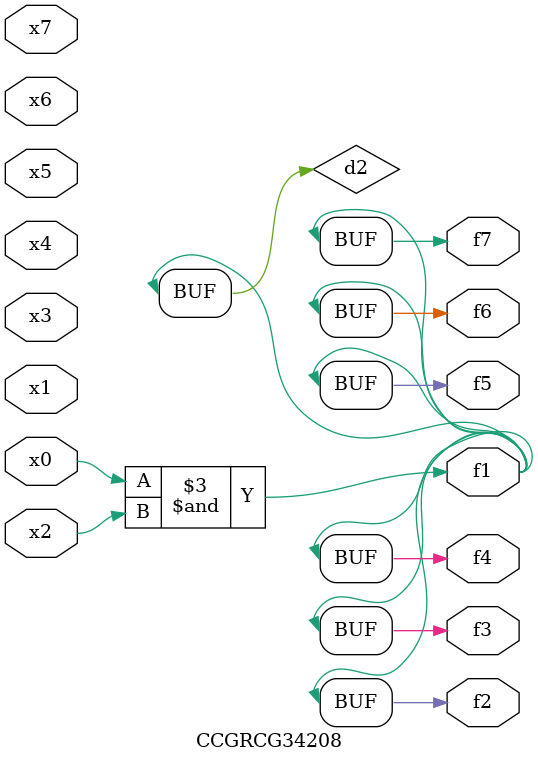
<source format=v>
module CCGRCG34208(
	input x0, x1, x2, x3, x4, x5, x6, x7,
	output f1, f2, f3, f4, f5, f6, f7
);

	wire d1, d2;

	nor (d1, x3, x6);
	and (d2, x0, x2);
	assign f1 = d2;
	assign f2 = d2;
	assign f3 = d2;
	assign f4 = d2;
	assign f5 = d2;
	assign f6 = d2;
	assign f7 = d2;
endmodule

</source>
